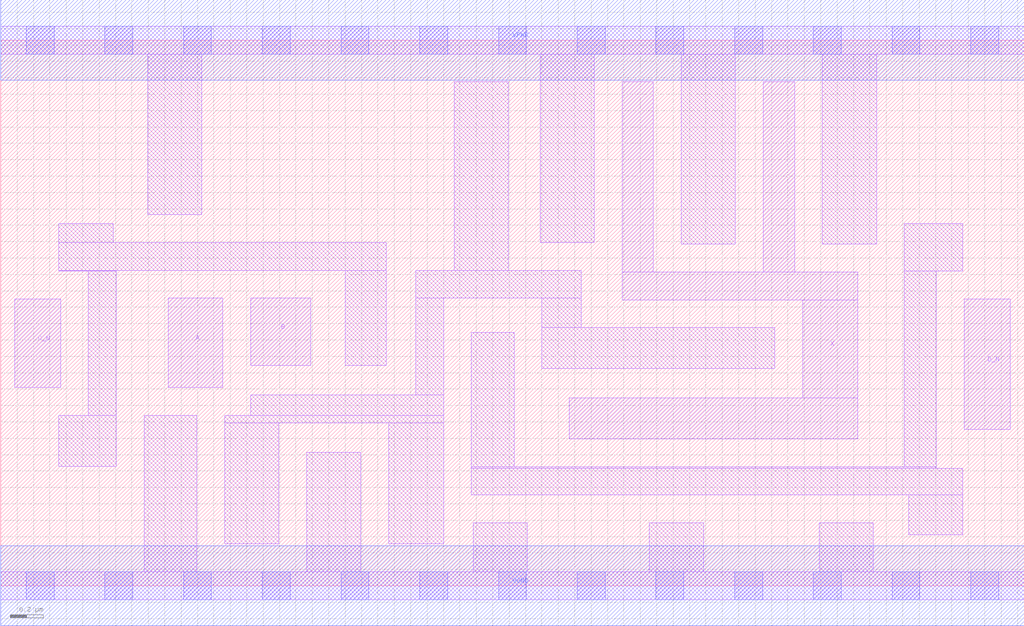
<source format=lef>
# Copyright 2020 The SkyWater PDK Authors
#
# Licensed under the Apache License, Version 2.0 (the "License");
# you may not use this file except in compliance with the License.
# You may obtain a copy of the License at
#
#     https://www.apache.org/licenses/LICENSE-2.0
#
# Unless required by applicable law or agreed to in writing, software
# distributed under the License is distributed on an "AS IS" BASIS,
# WITHOUT WARRANTIES OR CONDITIONS OF ANY KIND, either express or implied.
# See the License for the specific language governing permissions and
# limitations under the License.
#
# SPDX-License-Identifier: Apache-2.0

VERSION 5.7 ;
  NAMESCASESENSITIVE ON ;
  NOWIREEXTENSIONATPIN ON ;
  DIVIDERCHAR "/" ;
  BUSBITCHARS "[]" ;
UNITS
  DATABASE MICRONS 200 ;
END UNITS
MACRO sky130_fd_sc_lp__or4bb_4
  CLASS CORE ;
  SOURCE USER ;
  FOREIGN sky130_fd_sc_lp__or4bb_4 ;
  ORIGIN  0.000000  0.000000 ;
  SIZE  6.240000 BY  3.330000 ;
  SYMMETRY X Y R90 ;
  SITE unit ;
  PIN A
    ANTENNAGATEAREA  0.315000 ;
    DIRECTION INPUT ;
    USE SIGNAL ;
    PORT
      LAYER li1 ;
        RECT 1.020000 1.210000 1.355000 1.755000 ;
    END
  END A
  PIN B
    ANTENNAGATEAREA  0.315000 ;
    DIRECTION INPUT ;
    USE SIGNAL ;
    PORT
      LAYER li1 ;
        RECT 1.525000 1.345000 1.890000 1.755000 ;
    END
  END B
  PIN C_N
    ANTENNAGATEAREA  0.126000 ;
    DIRECTION INPUT ;
    USE SIGNAL ;
    PORT
      LAYER li1 ;
        RECT 0.085000 1.210000 0.365000 1.750000 ;
    END
  END C_N
  PIN D_N
    ANTENNAGATEAREA  0.126000 ;
    DIRECTION INPUT ;
    USE SIGNAL ;
    PORT
      LAYER li1 ;
        RECT 5.875000 0.955000 6.155000 1.750000 ;
    END
  END D_N
  PIN X
    ANTENNADIFFAREA  1.176000 ;
    DIRECTION OUTPUT ;
    USE SIGNAL ;
    PORT
      LAYER li1 ;
        RECT 3.465000 0.895000 5.225000 1.145000 ;
        RECT 3.790000 1.745000 5.225000 1.915000 ;
        RECT 3.790000 1.915000 3.980000 3.075000 ;
        RECT 4.650000 1.915000 4.840000 3.075000 ;
        RECT 4.890000 1.145000 5.225000 1.745000 ;
    END
  END X
  PIN VGND
    DIRECTION INOUT ;
    USE GROUND ;
    PORT
      LAYER met1 ;
        RECT 0.000000 -0.245000 6.240000 0.245000 ;
    END
  END VGND
  PIN VPWR
    DIRECTION INOUT ;
    USE POWER ;
    PORT
      LAYER met1 ;
        RECT 0.000000 3.085000 6.240000 3.575000 ;
    END
  END VPWR
  OBS
    LAYER li1 ;
      RECT 0.000000 -0.085000 6.240000 0.085000 ;
      RECT 0.000000  3.245000 6.240000 3.415000 ;
      RECT 0.355000  0.730000 0.705000 1.040000 ;
      RECT 0.355000  1.920000 0.705000 1.925000 ;
      RECT 0.355000  1.925000 2.350000 2.095000 ;
      RECT 0.355000  2.095000 0.685000 2.210000 ;
      RECT 0.535000  1.040000 0.705000 1.920000 ;
      RECT 0.875000  0.085000 1.195000 1.040000 ;
      RECT 0.895000  2.265000 1.225000 3.245000 ;
      RECT 1.365000  0.255000 1.695000 0.995000 ;
      RECT 1.365000  0.995000 2.700000 1.040000 ;
      RECT 1.525000  1.040000 2.700000 1.165000 ;
      RECT 1.865000  0.085000 2.195000 0.815000 ;
      RECT 2.100000  1.345000 2.350000 1.925000 ;
      RECT 2.365000  0.255000 2.700000 0.995000 ;
      RECT 2.530000  1.165000 2.700000 1.755000 ;
      RECT 2.530000  1.755000 3.540000 1.925000 ;
      RECT 2.765000  1.925000 3.095000 3.075000 ;
      RECT 2.870000  0.555000 5.865000 0.715000 ;
      RECT 2.870000  0.715000 5.705000 0.725000 ;
      RECT 2.870000  0.725000 3.130000 1.545000 ;
      RECT 2.880000  0.085000 3.210000 0.385000 ;
      RECT 3.290000  2.095000 3.620000 3.245000 ;
      RECT 3.300000  1.325000 4.720000 1.575000 ;
      RECT 3.300000  1.575000 3.540000 1.755000 ;
      RECT 3.955000  0.085000 4.285000 0.385000 ;
      RECT 4.150000  2.085000 4.480000 3.245000 ;
      RECT 4.990000  0.085000 5.320000 0.385000 ;
      RECT 5.010000  2.085000 5.340000 3.245000 ;
      RECT 5.510000  0.725000 5.705000 1.920000 ;
      RECT 5.510000  1.920000 5.865000 2.210000 ;
      RECT 5.535000  0.310000 5.865000 0.555000 ;
    LAYER mcon ;
      RECT 0.155000 -0.085000 0.325000 0.085000 ;
      RECT 0.155000  3.245000 0.325000 3.415000 ;
      RECT 0.635000 -0.085000 0.805000 0.085000 ;
      RECT 0.635000  3.245000 0.805000 3.415000 ;
      RECT 1.115000 -0.085000 1.285000 0.085000 ;
      RECT 1.115000  3.245000 1.285000 3.415000 ;
      RECT 1.595000 -0.085000 1.765000 0.085000 ;
      RECT 1.595000  3.245000 1.765000 3.415000 ;
      RECT 2.075000 -0.085000 2.245000 0.085000 ;
      RECT 2.075000  3.245000 2.245000 3.415000 ;
      RECT 2.555000 -0.085000 2.725000 0.085000 ;
      RECT 2.555000  3.245000 2.725000 3.415000 ;
      RECT 3.035000 -0.085000 3.205000 0.085000 ;
      RECT 3.035000  3.245000 3.205000 3.415000 ;
      RECT 3.515000 -0.085000 3.685000 0.085000 ;
      RECT 3.515000  3.245000 3.685000 3.415000 ;
      RECT 3.995000 -0.085000 4.165000 0.085000 ;
      RECT 3.995000  3.245000 4.165000 3.415000 ;
      RECT 4.475000 -0.085000 4.645000 0.085000 ;
      RECT 4.475000  3.245000 4.645000 3.415000 ;
      RECT 4.955000 -0.085000 5.125000 0.085000 ;
      RECT 4.955000  3.245000 5.125000 3.415000 ;
      RECT 5.435000 -0.085000 5.605000 0.085000 ;
      RECT 5.435000  3.245000 5.605000 3.415000 ;
      RECT 5.915000 -0.085000 6.085000 0.085000 ;
      RECT 5.915000  3.245000 6.085000 3.415000 ;
  END
END sky130_fd_sc_lp__or4bb_4

</source>
